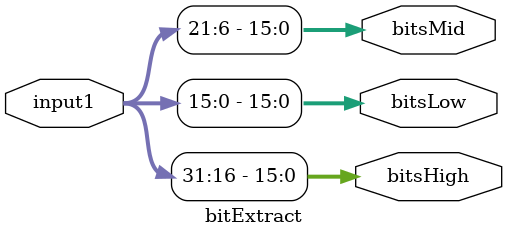
<source format=v>
module bitExtract(input1, bitsHigh, bitsLow, bitsMid);
   input [31:0] input1;		// Declare 32 bit input
   // Declare 3 output having 16 bit width
   output [15:0] bitsHigh;	// Higher 16 bits from input1
   output [15:0] bitsLow;	// Lower 16 bits from input1 
   output [15:0] bitsMid;	// Mid 16 bits from input1 

   // Assign values to output
   assign bitsHigh = input1[31:16]; // <-- Note that bit select is inclusive
   assign bitsLow  = input1[15:00];
   assign bitsMid  = input1[21:06];
   
endmodule // bitExtract


</source>
